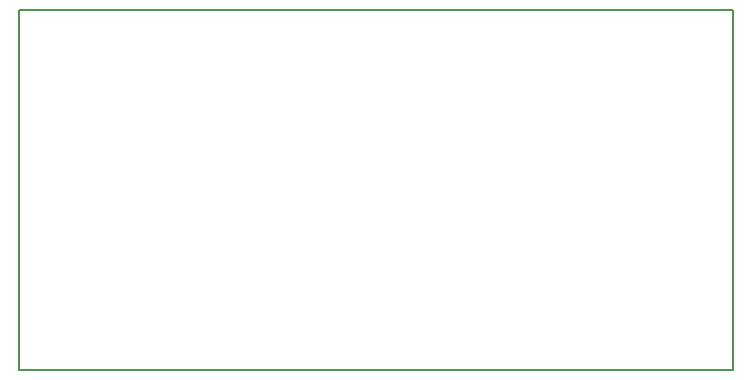
<source format=gbr>
G04 #@! TF.GenerationSoftware,KiCad,Pcbnew,(5.0.2)-1*
G04 #@! TF.CreationDate,2020-10-18T11:15:27+02:00*
G04 #@! TF.ProjectId,Radmesser,5261646d-6573-4736-9572-2e6b69636164,rev?*
G04 #@! TF.SameCoordinates,Original*
G04 #@! TF.FileFunction,Profile,NP*
%FSLAX46Y46*%
G04 Gerber Fmt 4.6, Leading zero omitted, Abs format (unit mm)*
G04 Created by KiCad (PCBNEW (5.0.2)-1) date 18.10.2020 11:15:27*
%MOMM*%
%LPD*%
G01*
G04 APERTURE LIST*
%ADD10C,0.150000*%
G04 APERTURE END LIST*
D10*
X144780000Y-80010000D02*
X143510000Y-80010000D01*
X143510000Y-110500000D02*
X143510000Y-80010000D01*
X204000000Y-110490000D02*
X143510000Y-110500000D01*
X204000000Y-80000000D02*
X204000000Y-110490000D01*
X144780000Y-80010000D02*
X204000000Y-80010000D01*
M02*

</source>
